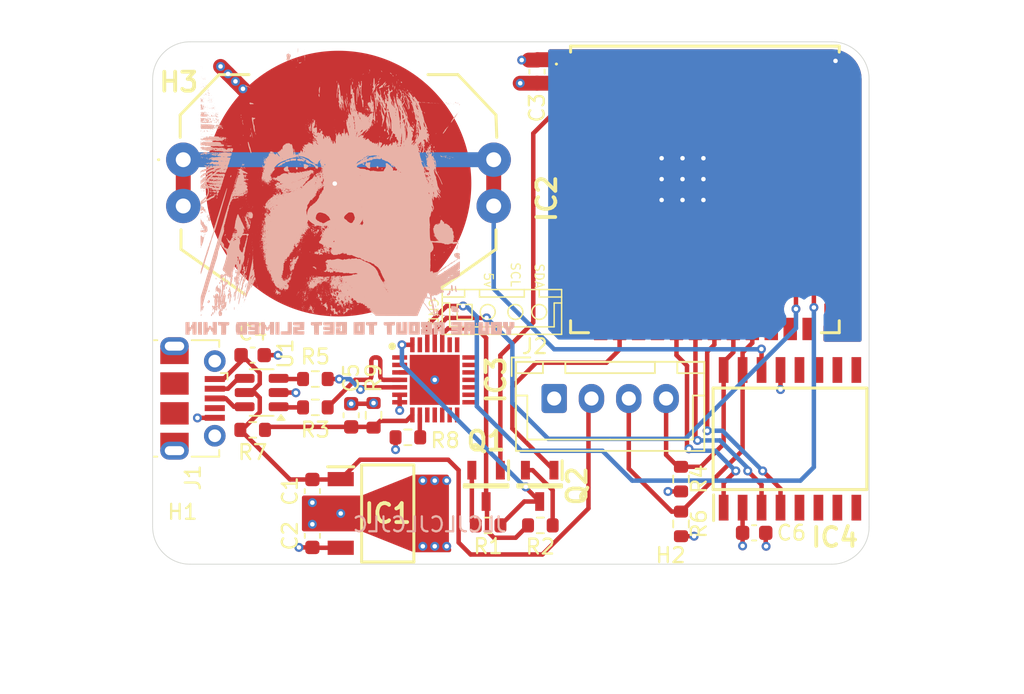
<source format=kicad_pcb>
(kicad_pcb (version 20241229) (generator "pcbnew") (generator_version "9.0")
  (layers (0 "F.Cu" signal) (4 "In1.Cu" signal) (6 "In2.Cu" signal) (2 "B.Cu" signal) (13 "F.Paste" user) (15 "B.Paste" user) (5 "F.SilkS" user "F.Silkscreen") (7 "B.SilkS" user "B.Silkscreen") (1 "F.Mask" user) (3 "B.Mask" user) (25 "Edge.Cuts" user))
  (net 0 "")
  (net 1 "VBUS")
  (net 2 "GND")
  (net 3 "+3.3V")
  (net 4 "Net-(IC3-VBUS)")
  (net 13 "/U0TXD")
  (net 17 "/32KHz")
  (net 21 "/U0RXD")
  (net 22 "/I2C1_SCL")
  (net 23 "/I2C1_SDA")
  (net 27 "/RST")
  (net 28 "/CHIP_PU")
  (net 36 "/INT")
  (net 41 "/PROG_D+")
  (net 44 "Net-(IC3-RTS)")
  (net 50 "Net-(IC3-DTR)")
  (net 57 "/PROG_D-")
  (net 58 "/RSTB")
  (net 77 "Net-(Q1-B)")
  (net 78 "Net-(Q2-B)")
  (net 79 "/USB_D-")
  (net 80 "/USB_D+")
  (net 84 "/BOOT")
  (net 85 "Net-(R3-Pad1)")
  (net 86 "Net-(R5-Pad2)")
  (net 87 "Net-(H3-+)")
  (footprint "SDM_MiscFootprint:ESP32S3WROOM1UN8R8" (layer "F.Cu") (at 137 109.89)
    (property "Reference" "IC2")
    (property "Value" "ESP32-S3-WROOM-1U-N8R8" (hide yes))
  )
  (footprint "Capacitor_SMD:C_0603_1608Metric" (layer "F.Cu") (at 106.7 120.993839 180)
    (property "Reference" "C4")
    (property "Value" "100nF")
  )
  (footprint "Package_TO_SOT_SMD:SOT-23-6" (layer "F.Cu") (at 107.3 123.5 180)
    (property "Reference" "U1")
    (property "Value" "USBLC6-2SC6")
  )
  (footprint "Resistor_SMD:R_0603_1608Metric" (layer "F.Cu") (at 135.4 129.3 -90)
    (property "Reference" "R4")
    (property "Value" "10k")
  )
  (footprint "Capacitor_SMD:C_0603_1608Metric" (layer "F.Cu") (at 113.3 125.025 90)
    (property "Reference" "C5")
    (property "Value" "1uF")
  )
  (footprint "Resistor_SMD:R_0603_1608Metric" (layer "F.Cu") (at 106.7 126 180)
    (property "Reference" "R7")
    (property "Value" "22.1K")
  )
  (footprint "Connector_USB:USB_Micro-B_Molex-105017-0001" (layer "F.Cu") (at 102.7 123.893839 -90)
    (property "Reference" "J1")
    (property "Value" "ESP_USB")
  )
  (footprint "Resistor_SMD:R_0603_1608Metric" (layer "F.Cu") (at 110.9 124.493839)
    (property "Reference" "R3")
    (property "Value" "27")
  )
  (footprint "Resistor_SMD:R_0603_1608Metric" (layer "F.Cu") (at 122.475 132.4)
    (property "Reference" "R1")
    (property "Value" "10k")
  )
  (footprint "Capacitor_SMD:C_0603_1608Metric" (layer "F.Cu") (at 110.7 130.1 90)
    (property "Reference" "C1")
    (property "Value" "10uF")
  )
  (footprint "SDM_MiscFootprint:SOT96P237X111-3N" (layer "F.Cu") (at 122.34 129.75 -90)
    (property "Reference" "Q1")
    (property "Value" "MMBT2222LT1G" (hide yes))
  )
  (footprint "Capacitor_SMD:C_0603_1608Metric" (layer "F.Cu") (at 125.75 102 -90)
    (property "Reference" "C3")
    (property "Value" "100nF")
  )
  (footprint "Resistor_SMD:R_0603_1608Metric" (layer "F.Cu") (at 135.4 132.3 90)
    (property "Reference" "R6")
    (property "Value" "10k")
  )
  (footprint "MountingHole:MountingHole_3.2mm_M3" (layer "F.Cu") (at 106.4 131.5)
    (property "Reference" "H1")
    (property "Value" "M3")
  )
  (footprint "Resistor_SMD:R_0603_1608Metric" (layer "F.Cu") (at 114.8 125.025 90)
    (property "Reference" "R9")
    (property "Value" "47.5K")
  )
  (footprint "Resistor_SMD:R_0603_1608Metric" (layer "F.Cu") (at 125.975 132.4 180)
    (property "Reference" "R2")
    (property "Value" "10k")
  )
  (footprint "Resistor_SMD:R_0603_1608Metric" (layer "F.Cu") (at 110.9 122.593839 180)
    (property "Reference" "R5")
    (property "Value" "27")
  )
  (footprint "SDM_MiscFootprint:SOT230P700X180-4N" (layer "F.Cu") (at 115.75 131.6)
    (property "Reference" "IC1")
    (property "Value" "MIC37100-3.3WS" (hide yes))
  )
  (footprint "SDM_MiscFootprint:SOIC127P1032X265-16L" (layer "F.Cu") (at 142.7 126.6 90)
    (property "Reference" "IC4")
    (property "Value" "DS3231SN#" (hide yes))
  )
  (footprint "Resistor_SMD:R_0603_1608Metric" (layer "F.Cu") (at 117.1 126.5 180)
    (property "Reference" "R8")
    (property "Value" "1k")
  )
  (footprint "Connector_JST:JST_XH_B4B-XH-A_1x04_P2.50mm_Vertical" (layer "F.Cu") (at 126.9 123.9)
    (property "Reference" "J2")
    (property "Value" "Conn_01x04_Socket")
  )
  (footprint "Capacitor_SMD:C_0603_1608Metric" (layer "F.Cu") (at 140.3 132.9 180)
    (property "Reference" "C6")
    (property "Value" "1uF")
  )
  (footprint "SDM_MiscFootprint:SOT96P237X111-3N" (layer "F.Cu") (at 125.93 129.75 -90)
    (property "Reference" "Q2")
    (property "Value" "MMBT2222LT1G" (hide yes))
  )
  (footprint "Capacitor_SMD:C_0603_1608Metric" (layer "F.Cu") (at 110.7 133.1 -90)
    (property "Reference" "C2")
    (property "Value" "10uF")
  )
  (footprint "SDM_MiscFootprint:QFN50P500X500X80-29N-D" (layer "F.Cu") (at 118.9 122.65)
    (property "Reference" "IC3")
    (property "Value" "CP2102N-A02-GQFN28" (hide yes))
  )
  (footprint "SDM_MiscFootprint:BATHLD001THM" (layer "F.Cu") (at 102.05 107.9)
    (property "Reference" "H3")
    (property "Value" "BAT-HLD-001-THM" (hide yes))
  )
  (footprint "MountingHole:MountingHole_3.2mm_M3" (layer "F.Cu") (at 131.2 131.5)
    (property "Reference" "H2")
    (property "Value" "M3")
  )
  (footprint "LOGO" (layer "B.Cu") (at 113.238796 119.2 180)
    (property "Reference" "G***" (hide yes))
    (property "Value" "LOGO" (hide yes))
  )
  (footprint "LOGO" (layer "B.Cu") (at 111.9 109.4 180)
    (property "Reference" "G***" (hide yes))
    (property "Value" "LOGO" (hide yes))
  )
  (gr_circle (center 122.45 118.1) (end 122.45 118.6) (stroke (width 0.1)) (fill no) (layer "F.SilkS"))
  (gr_line (start 127.4 117.1) (end 125.9 117.1) (stroke (width 0.1)) (layer "F.SilkS"))
  (gr_line (start 119.9 119.1) (end 119.9 117.5) (stroke (width 0.1)) (layer "F.SilkS"))
  (gr_circle (center 124.3 118.1) (end 124.3 118.6) (stroke (width 0.1)) (fill no) (layer "F.SilkS"))
  (gr_line (start 126.9 117.5) (end 126.9 119.1) (stroke (width 0.1)) (layer "F.SilkS"))
  (gr_line (start 121.9 117.1) (end 124.9 117.1) (stroke (width 0.1)) (layer "F.SilkS"))
  (gr_line (start 124.9 116.6) (end 124.9 117.1) (stroke (width 0.1)) (layer "F.SilkS"))
  (gr_line (start 127.4 116.6) (end 127.4 119.6) (stroke (width 0.1)) (layer "F.SilkS"))
  (gr_line (start 119.4 117.1) (end 120.9 117.1) (stroke (width 0.1)) (layer "F.SilkS"))
  (gr_rect (start 120.4 117.6) (end 121.4 118.6) (stroke (width 0.1)) (fill no) (layer "F.SilkS"))
  (gr_line (start 120.9 117.1) (end 120.9 116.6) (stroke (width 0.1)) (layer "F.SilkS"))
  (gr_circle (center 125.9 118.1) (end 125.9 118.6) (stroke (width 0.1)) (fill no) (layer "F.SilkS"))
  (gr_line (start 120.4 119.1) (end 119.9 119.1) (stroke (width 0.1)) (layer "F.SilkS"))
  (gr_line (start 127.4 119.6) (end 119.4 119.6) (stroke (width 0.1)) (layer "F.SilkS"))
  (gr_line (start 125.9 117.1) (end 125.9 116.6) (stroke (width 0.1)) (layer "F.SilkS"))
  (gr_line (start 121.9 116.6) (end 121.9 117.1) (stroke (width 0.1)) (layer "F.SilkS"))
  (gr_line (start 126.9 119.1) (end 120.4 119.1) (stroke (width 0.1)) (layer "F.SilkS"))
  (gr_line (start 119.4 119.6) (end 119.4 116.6) (stroke (width 0.1)) (layer "F.SilkS"))
  (gr_line (start 127.4 117.5) (end 126.9 117.5) (stroke (width 0.1)) (layer "F.SilkS"))
  (gr_line (start 119.9 117.5) (end 119.4 117.5) (stroke (width 0.1)) (layer "F.SilkS"))
  (gr_line (start 119.4 116.6) (end 127.4 116.6) (stroke (width 0.1)) (layer "F.SilkS"))
  (gr_line (start 145.5 135) (end 102.5 135) (stroke (width 0.05)) (layer "Edge.Cuts"))
  (gr_arc (start 148 132.5) (mid 147.267767 134.267767) (end 145.5 135) (stroke (width 0.05)) (layer "Edge.Cuts"))
  (gr_line (start 100 132.5) (end 100 102.5) (stroke (width 0.05)) (layer "Edge.Cuts"))
  (gr_line (start 148 102.5) (end 148 132.5) (stroke (width 0.05)) (layer "Edge.Cuts"))
  (gr_arc (start 100 102.5) (mid 100.732233 100.732233) (end 102.5 100) (stroke (width 0.05)) (layer "Edge.Cuts"))
  (gr_line (start 102.5 100) (end 145.5 100) (stroke (width 0.05)) (layer "Edge.Cuts"))
  (gr_arc (start 145.5 100) (mid 147.267767 100.732233) (end 148 102.5) (stroke (width 0.05)) (layer "Edge.Cuts"))
  (gr_arc (start 102.5 135) (mid 100.732233 134.267767) (end 100 132.5) (stroke (width 0.05)) (layer "Edge.Cuts"))
  (gr_text "SCL" (at 124.3 115.6 270) (layer "F.SilkS") (effects (font (size 0.6 0.6) (thickness 0.08))))
  (gr_text "GND" (at 118.8 118.1 270) (layer "F.SilkS") (effects (font (size 0.6 0.6) (thickness 0.08))))
  (gr_text "5v" (at 122.5 115.4 270) (layer "F.SilkS") (effects (font (size 0.6 0.6) (thickness 0.08)) (justify left)))
  (gr_text "SDA" (at 125.9 114.8 270) (layer "F.SilkS") (effects (font (size 0.6 0.6) (thickness 0.08)) (justify left)))
  (gr_text "JLCJLCJLCJLC" (at 123.8 132.9225 -0) (layer "B.SilkS") (effects (font (size 1 1)) (justify left bottom mirror)))
  (segment (start 112.575 129.325) (end 112.6 129.3) (width 0.3) (layer "F.Cu") (net 1))
  (segment (start 107.176 122.911678) (end 107.176 122.188322) (width 0.3) (layer "F.Cu") (net 1))
  (segment (start 112.6 129.3) (end 113.9 128) (width 0.3) (layer "F.Cu") (net 1))
  (segment (start 105.925 121.412322) (end 104.743483 122.593839) (width 0.3) (layer "F.Cu") (net 1))
  (segment (start 105.981517 120.993839) (end 105.925 120.993839) (width 0.3) (layer "F.Cu") (net 1))
  (segment (start 109.2 129.325) (end 110.7 129.325) (width 0.3) (layer "F.Cu") (net 1))
  (segment (start 120.5 133.549) (end 121.3 134.349) (width 0.3) (layer "F.Cu") (net 1))
  (segment (start 129.199 124.101) (end 129.4 123.9) (width 0.3) (layer "F.Cu") (net 1))
  (segment (start 106.824999 123.5) (end 106.1625 123.5) (width 0.3) (layer "F.Cu") (net 1))
  (segment (start 107.176 122.188322) (end 105.981517 120.993839) (width 0.3) (layer "F.Cu") (net 1))
  (segment (start 105.987678 126) (end 107.176 124.811678) (width 0.3) (layer "F.Cu") (net 1))
  (segment (start 105.875 126) (end 109.2 129.325) (width 0.3) (layer "F.Cu") (net 1))
  (segment (start 105.925 121.093839) (end 105.987678 121.093839) (width 0.3) (layer "F.Cu") (net 1))
  (segment (start 106.1625 123.5) (end 106.587678 123.5) (width 0.3) (layer "F.Cu") (net 1))
  (segment (start 104.743483 122.593839) (end 104.1625 122.593839) (width 0.3) (layer "F.Cu") (net 1))
  (segment (start 126.110774 134.349) (end 129.199 131.260774) (width 0.3) (layer "F.Cu") (net 1))
  (segment (start 119.8 128) (end 120.5 128.7) (width 0.3) (layer "F.Cu") (net 1))
  (segment (start 121.3 134.349) (end 126.110774 134.349) (width 0.3) (layer "F.Cu") (net 1))
  (segment (start 105.925 121.093839) (end 105.925 121.306339) (width 0.3) (layer "F.Cu") (net 1))
  (segment (start 113.9 128) (end 119.8 128) (width 0.3) (layer "F.Cu") (net 1))
  (segment (start 129.199 131.260774) (end 129.199 124.101) (width 0.3) (layer "F.Cu") (net 1))
  (segment (start 107.176 124.811678) (end 107.176 123.851001) (width 0.3) (layer "F.Cu") (net 1))
  (segment (start 105.925 120.993839) (end 105.925 121.412322) (width 0.3) (layer "F.Cu") (net 1))
  (segment (start 110.7 129.325) (end 112.575 129.325) (width 0.3) (layer "F.Cu") (net 1))
  (segment (start 107.176 123.851001) (end 106.824999 123.5) (width 0.3) (layer "F.Cu") (net 1))
  (segment (start 106.587678 123.5) (end 107.176 122.911678) (width 0.3) (layer "F.Cu") (net 1))
  (segment (start 120.5 128.7) (end 120.5 133.549) (width 0.3) (layer "F.Cu") (net 1))
  (segment (start 105.875 126) (end 105.987678 126) (width 0.3) (layer "F.Cu") (net 1))
  (segment (start 134.1 109.2) (end 134.1 107.8) (width 1) (layer "F.Cu") (net 2))
  (segment (start 106.05 103.15) (end 105.55 102.65) (width 1) (layer "F.Cu") (net 2))
  (segment (start 125.75 101.225) (end 125.2 101.225) (width 1) (layer "F.Cu") (net 2))
  (segment (start 125.775 101.2) (end 127.97 101.2) (width 1) (layer "F.Cu") (net 2))
  (segment (start 114.75 124.25) (end 114.8 124.2) (width 0.3) (layer "F.Cu") (net 2))
  (segment (start 134.1 109.2) (end 135.5 109.2) (width 1) (layer "F.Cu") (net 2))
  (segment (start 113.3 124.25) (end 114.75 124.25) (width 0.3) (layer "F.Cu") (net 2))
  (segment (start 134.1 107.8) (end 135.5 107.8) (width 1) (layer "F.Cu") (net 2))
  (segment (start 105.55 102.65) (end 105.05 102.15) (width 1) (layer "F.Cu") (net 2))
  (segment (start 127.97 101.2) (end 128.25 101.48) (width 1) (layer "F.Cu") (net 2))
  (segment (start 116.55 122.15) (end 118.4 122.15) (width 0.3) (layer "F.Cu") (net 2))
  (segment (start 108.4375 123.5) (end 109.579668 123.5) (width 0.3) (layer "F.Cu") (net 2))
  (segment (start 141.075 132.9) (end 141.075 133.775) (width 0.3) (layer "F.Cu") (net 2))
  (segment (start 136.9 110.6) (end 135.5 110.6) (width 1) (layer "F.Cu") (net 2))
  (segment (start 106.05 103.15) (end 112.4 109.5) (width 1) (layer "F.Cu") (net 2))
  (segment (start 141.075 133.775) (end 141.1 133.8) (width 0.3) (layer "F.Cu") (net 2))
  (segment (start 135.5 107.8) (end 136.9 107.8) (width 1) (layer "F.Cu") (net 2))
  (segment (start 110.7 130.875) (end 111.875 130.875) (width 0.3) (layer "F.Cu") (net 2))
  (segment (start 104.1625 125.193839) (end 103.006161 125.193839) (width 0.3) (layer "F.Cu") (net 2))
  (segment (start 110.7 132.325) (end 110.7 130.875) (width 0.3) (layer "F.Cu") (net 2))
  (segment (start 103.006161 125.193839) (end 103 125.2) (width 0.3) (layer "F.Cu") (net 2))
  (segment (start 104.55 101.65) (end 105.05 102.15) (width 1) (layer "F.Cu") (net 2))
  (segment (start 109.579668 123.5) (end 109.59374 123.514072) (width 0.3) (layer "F.Cu") (net 2))
  (segment (start 118.4 122.15) (end 118.9 122.65) (width 0.3) (layer "F.Cu") (net 2))
  (segment (start 135.5 109.2) (end 135.5 110.6) (width 1) (layer "F.Cu") (net 2))
  (segment (start 107.475 120.993839) (end 108.393839 120.993839) (width 0.3) (layer "F.Cu") (net 2))
  (segment (start 135.5 109.2) (end 135.5 107.8) (width 1) (layer "F.Cu") (net 2))
  (segment (start 112.4 109.5) (end 112.45 109.5) (width 1) (layer "F.Cu") (net 2))
  (segment (start 136.9 107.8) (end 136.9 109.2) (width 1) (layer "F.Cu") (net 2))
  (segment (start 125.75 101.225) (end 125.775 101.2) (width 1) (layer "F.Cu") (net 2))
  (segment (start 136.9 109.2) (end 136.9 110.6) (width 1) (layer "F.Cu") (net 2))
  (segment (start 111.875 132.325) (end 112.6 131.6) (width 0.3) (layer "F.Cu") (net 2))
  (segment (start 111.875 130.875) (end 112.6 131.6) (width 0.3) (layer "F.Cu") (net 2))
  (segment (start 135.5 110.6) (end 134.1 110.6) (width 1) (layer "F.Cu") (net 2))
  (segment (start 108.393839 120.993839) (end 108.4 121) (width 0.3) (layer "F.Cu") (net 2))
  (segment (start 110.7 132.325) (end 111.875 132.325) (width 0.3) (layer "F.Cu") (net 2))
  (segment (start 134.1 110.6) (end 134.1 109.2) (width 1) (layer "F.Cu") (net 2))
  (segment (start 142.065 121.988) (end 142.065 123.3) (width 0.3) (layer "F.Cu") (net 2))
  (segment (start 135.5 109.2) (end 136.9 109.2) (width 1) (layer "F.Cu") (net 2))
  (via (at 106.05 103.15) (size 0.6) (drill 0.3) (layers "F.Cu" "B.Cu") (net 2))
  (via (at 118.1 129.4) (size 0.6) (drill 0.3) (layers "F.Cu" "B.Cu") (net 2))
  (via (at 134.1 109.2) (size 0.6) (drill 0.3) (layers "F.Cu" "B.Cu") (net 2))
  (via (at 118.1 133.8) (size 0.6) (drill 0.3) (layers "F.Cu" "B.Cu") (net 2))
  (via (at 112.2 109.5) (size 0.6) (drill 0.3) (layers "F.Cu" "B.Cu") (net 2))
  (via (at 145.75 101.28) (size 0.6) (drill 0.3) (layers "F.Cu" "B.Cu") (net 2))
  (via (at 119.7 133.8) (size 0.6) (drill 0.3) (layers "F.Cu" "B.Cu") (net 2))
  (via (at 103 125.2) (size 0.6) (drill 0.3) (layers "F.Cu" "B.Cu") (net 2))
  (via (at 134.1 110.6) (size 0.6) (drill 0.3) (layers "F.Cu" "B.Cu") (net 2))
  (via (at 135.5 110.6) (size 0.6) (drill 0.3) (layers "F.Cu" "B.Cu") (net 2))
  (via (at 134.1 107.8) (size 0.6) (drill 0.3) (layers "F.Cu" "B.Cu") (net 2))
  (via (at 142.065 123.3) (size 0.6) (drill 0.3) (layers "F.Cu" "B.Cu") (net 2))
  (via (at 110.7 130.875) (size 0.6) (drill 0.3) (layers "F.Cu" "B.Cu") (net 2))
  (via (at 136.9 109.2) (size 0.6) (drill 0.3) (layers "F.Cu" "B.Cu") (net 2))
  (via (at 105.05 102.15) (size 0.6) (drill 0.3) (layers "F.Cu" "B.Cu") (net 2))
  (via (at 135.5 109.2) (size 0.6) (drill 0.3) (layers "F.Cu" "B.Cu") (net 2))
  (via (at 108.4 121) (size 0.6) (drill 0.3) (layers "F.Cu" "B.Cu") (net 2))
  (via (at 105.55 102.65) (size 0.6) (drill 0.3) (layers "F.Cu" "B.Cu") (net 2))
  (via (at 135.5 107.8) (size 0.6) (drill 0.3) (layers "F.Cu" "B.Cu") (net 2))
  (via (at 119.7 129.4) (size 0.6) (drill 0.3) (layers "F.Cu" "B.Cu") (net 2))
  (via (at 110.7 132.325) (size 0.6) (drill 0.3) (layers "F.Cu" "B.Cu") (net 2))
  (via (at 104.55 101.65) (size 0.6) (drill 0.3) (layers "F.Cu" "B.Cu") (net 2))
  (via (at 112.6 131.6) (size 0.6) (drill 0.3) (layers "F.Cu" "B.Cu") (net 2))
  (via (at 136.9 110.6) (size 0.6) (drill 0.3) (layers "F.Cu" "B.Cu") (net 2))
  (via (at 136.9 107.8) (size 0.6) (drill 0.3) (layers "F.Cu" "B.Cu") (net 2))
  (via (at 118.9 133.8) (size 0.6) (drill 0.3) (layers "F.Cu" "B.Cu") (net 2))
  (via (at 118.9 122.65) (size 0.6) (drill 0.3) (layers "F.Cu" "B.Cu") (net 2))
  (via (at 113.3 124.25) (size 0.6) (drill 0.3) (layers "F.Cu" "B.Cu") (net 2))
  (via (at 124.725 101.225) (size 0.6) (drill 0.3) (layers "F.Cu" "B.Cu") (net 2))
  (via (at 114.8 124.2) (size 0.6) (drill 0.3) (layers "F.Cu" "B.Cu") (net 2))
  (via (at 118.9 129.4) (size 0.6) (drill 0.3) (layers "F.Cu" "B.Cu") (net 2))
  (via (at 109.59374 123.514072) (size 0.6) (drill 0.3) (layers "F.Cu" "B.Cu") (net 2))
  (via (at 141.1 133.8) (size 0.6) (drill 0.3) (layers "F.Cu" "B.Cu") (net 2))
  (segment (start 125.75 102.775) (end 124.625 102.775) (width 1) (layer "F.Cu") (net 3))
  (segment (start 116.55 123.65) (end 116.55 124.15) (width 0.3) (layer "F.Cu") (net 3))
  (segment (start 110.725 133.9) (end 110.7 133.875) (width 0.3) (layer "F.Cu") (net 3))
  (segment (start 112.6 133.9) (end 110.725 133.9) (width 0.3) (layer "F.Cu") (net 3))
  (segment (start 139.525 132.9) (end 139.525 133.775) (width 0.3) (layer "F.Cu") (net 3))
  (segment (start 135.4 130.125) (end 134.525 130.125) (width 0.3) (layer "F.Cu") (net 3))
  (segment (start 116.275 126.5) (end 116.275 127.325) (width 0.3) (layer "F.Cu") (net 3))
  (segment (start 139.525 131.212) (end 139.525 132.9) (width 0.3) (layer "F.Cu") (net 3))
  (segment (start 110.7 133.875) (end 109.8 133.875) (width 0.3) (layer "F.Cu") (net 3))
  (segment (start 116.55 124.7) (end 116.55 124.15) (width 0.3) (layer "F.Cu") (net 3))
  (segment (start 135.4 133.125) (end 136.275 133.125) (width 0.3) (layer "F.Cu") (net 3))
  (segment (start 125.75 102.775) (end 128.225 102.775) (width 1) (layer "F.Cu") (net 3))
  (segment (start 128.225 102.775) (end 128.25 102.75) (width 1) (layer "F.Cu") (net 3))
  (via (at 109.8 133.875) (size 0.6) (drill 0.3) (layers "F.Cu" "B.Cu") (net 3))
  (via (at 139.525 133.775) (size 0.6) (drill 0.3) (layers "F.Cu" "B.Cu") (net 3))
  (via (at 134.525 130.125) (size 0.6) (drill 0.3) (layers "F.Cu" "B.Cu") (net 3))
  (via (at 136.275 133.125) (size 0.6) (drill 0.3) (layers "F.Cu" "B.Cu") (net 3))
  (via (at 116.55 124.7) (size 0.6) (drill 0.3) (layers "F.Cu" "B.Cu") (net 3))
  (via (at 124.625 102.775) (size 0.6) (drill 0.3) (layers "F.Cu" "B.Cu") (net 3))
  (via (at 116.275 127.325) (size 0.6) (drill 0.3) (layers "F.Cu" "B.Cu") (net 3))
  (segment (start 117 125.4) (end 117.4 125) (width 0.3) (layer "F.Cu") (net 4))
  (segment (start 113.3 125.8) (end 114.75 125.8) (width 0.3) (layer "F.Cu") (net 4))
  (segment (start 115.25 125.4) (end 117 125.4) (width 0.3) (layer "F.Cu") (net 4))
  (segment (start 107.725 125.8) (end 113.3 125.8) (width 0.3) (layer "F.Cu") (net 4))
  (segment (start 114.75 125.8) (end 114.8 125.85) (width 0.3) (layer "F.Cu") (net 4))
  (segment (start 114.8 125.85) (end 115.25 125.4) (width 0.3) (layer "F.Cu") (net 4))
  (segment (start 107.525 126) (end 107.725 125.8) (width 0.3) (layer "F.Cu") (net 4))
  (segment (start 143.1 106.89) (end 144.7 105.29) (width 0.3) (layer "F.Cu") (net 13))
  (segment (start 143.1 117.9) (end 143.1 106.89) (width 0.3) (layer "F.Cu") (net 13))
  (segment (start 118.9 120.3) (end 118.9 119.3) (width 0.3) (layer "F.Cu") (net 13))
  (segment (start 144.7 105.29) (end 145.75 105.29) (width 0.3) (layer "F.Cu") (net 13))
  (segment (start 119.7 118.5) (end 122.37 118.5) (width 0.3) (layer "F.Cu") (net 13))
  (segment (start 118.9 119.3) (end 119.7 118.5) (width 0.3) (layer "F.Cu") (net 13))
  (via (at 143.1 117.9) (size 0.6) (drill 0.3) (layers "F.Cu" "B.Cu") (net 13))
  (via (at 122.37 118.5) (size 0.6) (drill 0.3) (layers "F.Cu" "B.Cu") (net 13))
  (segment (start 124.1 120.23) (end 122.37 118.5) (width 0.3) (layer "B.Cu") (net 13))
  (segment (start 143.1 117.9) (end 143.1 119.189998) (width 0.3) (layer "B.Cu") (net 13))
  (segment (start 124.1 124.2) (end 124.1 120.23) (width 0.3) (layer "B.Cu") (net 13))
  (segment (start 143.1 119.189998) (end 135.689998 126.6) (width 0.3) (layer "B.Cu") (net 13))
  (segment (start 126.5 126.6) (end 124.1 124.2) (width 0.3) (layer "B.Cu") (net 13))
  (segment (start 135.689998 126.6) (end 126.5 126.6) (width 0.3) (layer "B.Cu") (net 13))
  (segment (start 138.255 129.564238) (end 139.069238 128.75) (width 0.3) (layer "F.Cu") (net 17))
  (segment (start 135.095 120.995) (end 135.095 119.24) (width 0.3) (layer "F.Cu") (net 17))
  (segment (start 135.930859 127.230859) (end 135.8 127.1) (width 0.3) (layer "F.Cu") (net 17))
  (segment (start 135.8 127.1) (end 135.8 121.7) (width 0.3) (layer "F.Cu") (net 17))
  (segment (start 135.8 121.7) (end 135.095 120.995) (width 0.3) (layer "F.Cu") (net 17))
  (segment (start 138.255 131.212) (end 138.255 129.564238) (width 0.3) (layer "F.Cu") (net 17))
  (segment (start 135.930859 127.268821) (end 135.930859 127.230859) (width 0.3) (layer "F.Cu") (net 17))
  (via (at 135.930859 127.268821) (size 0.6) (drill 0.3) (layers "F.Cu" "B.Cu") (net 17))
  (via (at 139.069238 128.75) (size 0.6) (drill 0.3) (layers "F.Cu" "B.Cu") (net 17))
  (segment (start 136.062038 127.4) (end 137.7 127.4) (width 0.3) (layer "B.Cu") (net 17))
  (segment (start 135.930859 127.268821) (end 136.062038 127.4) (width 0.3) (layer "B.Cu") (net 17))
  (segment (start 137.7 127.4) (end 139.05 128.75) (width 0.3) (layer "B.Cu") (net 17))
  (segment (start 139.05 128.75) (end 139.069238 128.75) (width 0.3) (layer "B.Cu") (net 17))
  (segment (start 119.700003 117.699997) (end 118.4 119) (width 0.3) (layer "F.Cu") (net 21))
  (segment (start 145.118 106.56) (end 145.75 106.56) (width 0.3) (layer "F.Cu") (net 21))
  (segment (start 144.3 117.8) (end 144.3 107.378) (width 0.3) (layer "F.Cu") (net 21))
  (segment (start 120.8 117.699997) (end 119.700003 117.699997) (width 0.3) (layer "F.Cu") (net 21))
  (segment (start 118.4 119) (end 118.4 120.3) (width 0.3) (layer "F.Cu") (net 21))
  (segment (start 144.3 107.378) (end 145.118 106.56) (width 0.3) (layer "F.Cu") (net 21))
  (via (at 144.3 117.8) (size 0.6) (drill 0.3) (layers "F.Cu" "B.Cu") (net 21))
  (via (at 120.8 117.699997) (size 0.6) (drill 0.3) (layers "F.Cu" "B.Cu") (net 21))
  (segment (start 124.7 127.4) (end 130.129841 127.4) (width 0.3) (layer "B.Cu") (net 21))
  (segment (start 120.8 117.699997) (end 120.999997 117.699997) (width 0.3) (layer "B.Cu") (net 21))
  (segment (start 121.719 118.419) (end 121.719 124.419) (width 0.3) (layer "B.Cu") (net 21))
  (segment (start 121.719 124.419) (end 124.7 127.4) (width 0.3) (layer "B.Cu") (net 21))
  (segment (start 132.129841 129.4) (end 143.4 129.4) (width 0.3) (layer "B.Cu") (net 21))
  (segment (start 144.3 128.5) (end 144.3 117.8) (width 0.3) (layer "B.Cu") (net 21))
  (segment (start 130.129841 127.4) (end 132.129841 129.4) (width 0.3) (layer "B.Cu") (net 21))
  (segment (start 120.999997 117.699997) (end 121.719 118.419) (width 0.3) (layer "B.Cu") (net 21))
  (segment (start 143.4 129.4) (end 144.3 128.5) (width 0.3) (layer "B.Cu") (net 21))
  (segment (start 139.525 121.988) (end 139.525 120.8255) (width 0.3) (layer "F.Cu") (net 22))
  (segment (start 139.525 120.8255) (end 140.175 120.1755) (width 0.3) (layer "F.Cu") (net 22))
  (segment (start 135.4 131.475) (end 134.775 131.475) (width 0.3) (layer "F.Cu") (net 22))
  (segment (start 134.775 131.475) (end 131.9 128.6) (width 0.3) (layer "F.Cu") (net 22))
  (segment (start 131.9 128.6) (end 131.9 123.9) (width 0.3) (layer "F.Cu") (net 22))
  (segment (start 140.175 120.1755) (end 140.175 119.24) (width 0.3) (layer "F.Cu") (net 22))
  (segment (start 135.425 131.475) (end 139.525 127.375) (width 0.3) (layer "F.Cu") (net 22))
  (segment (start 139.525 127.375) (end 139.525 121.988) (width 0.3) (layer "F.Cu") (net 22))
  (segment (start 135.4 131.475) (end 135.425 131.475) (width 0.3) (layer "F.Cu") (net 22))
  (segment (start 138.905 120.8005) (end 138.905 119.24) (width 0.3) (layer "F.Cu") (net 23))
  (segment (start 135.4 128.475) (end 135.2 128.475) (width 0.3) (layer "F.Cu") (net 23))
  (segment (start 135.2 128.475) (end 134.4 127.675) (width 0.3) (layer "F.Cu") (net 23))
  (segment (start 138.255 126.945) (end 138.255 121.988) (width 0.3) (layer "F.Cu") (net 23))
  (segment (start 138.255 121.4505) (end 138.905 120.8005) (width 0.3) (layer "F.Cu") (net 23))
  (segment (start 136.725 128.475) (end 138.255 126.945) (width 0.3) (layer "F.Cu") (net 23))
  (segment (start 134.4 123.9) (end 134.4 127.675) (width 0.3) (layer "F.Cu") (net 23))
  (segment (start 135.4 128.475) (end 136.725 128.475) (width 0.3) (layer "F.Cu") (net 23))
  (segment (start 138.255 121.988) (end 138.255 121.4505) (width 0.3) (layer "F.Cu") (net 23))
  (segment (start 142.065 131.212) (end 142.065 129.945759) (width 0.3) (layer "F.Cu") (net 27))
  (segment (start 142.065 129.945759) (end 140.869241 128.75) (width 0.3) (layer "F.Cu") (net 27))
  (segment (start 137.151303 126.057934) (end 137.151303 120.773697) (width 0.3) (layer "F.Cu") (net 27))
  (segment (start 137.635 120.29) (end 137.635 119.24) (width 0.3) (layer "F.Cu") (net 27))
  (segment (start 137.151303 120.773697) (end 137.635 120.29) (width 0.3) (layer "F.Cu") (net 27))
  (via (at 140.869241 128.75) (size 0.6) (drill 0.3) (layers "F.Cu" "B.Cu") (net 27))
  (via (at 137.151303 126.057934) (size 0.6) (drill 0.3) (layers "F.Cu" "B.Cu") (net 27))
  (segment (start 138.177175 126.057934) (end 137.151303 126.057934) (width 0.3) (layer "B.Cu") (net 27))
  (segment (start 140.869241 128.75) (end 138.177175 126.057934) (width 0.3) (layer "B.Cu") (net 27))
  (segment (start 123.295 128.7) (end 123.295 121.005) (width 0.3) (layer "F.Cu") (net 28))
  (segment (start 127.618 104.02) (end 128.25 104.02) (width 0.3) (layer "F.Cu") (net 28))
  (segment (start 125.5 118.8) (end 125.5 106.138) (width 0.3) (layer "F.Cu") (net 28))
  (segment (start 123.295 121.005) (end 125.5 118.8) (width 0.3) (layer "F.Cu") (net 28))
  (segment (start 125.5 106.138) (end 127.618 104.02) (width 0.3) (layer "F.Cu") (net 28))
  (segment (start 136.365 126.571628) (end 136.365 119.24) (width 0.3) (layer "F.Cu") (net 36))
  (segment (start 136.501305 126.707933) (end 136.365 126.571628) (width 0.3) (layer "F.Cu") (net 36))
  (segment (start 140.795 131.212) (end 140.795 129.675759) (width 0.3) (layer "F.Cu") (net 36))
  (segment (start 140.795 129.675759) (end 139.869241 128.75) (width 0.3) (layer "F.Cu") (net 36))
  (via (at 136.501305 126.707933) (size 0.6) (drill 0.3) (layers "F.Cu" "B.Cu") (net 36))
  (via (at 139.869241 128.75) (size 0.6) (drill 0.3) (layers "F.Cu" "B.Cu") (net 36))
  (segment (start 139.869241 128.75) (end 139.869241 128.569241) (width 0.3) (layer "B.Cu") (net 36))
  (segment (start 139.869241 128.569241) (end 138.007933 126.707933) (width 0.3) (layer "B.Cu") (net 36))
  (segment (start 138.007933 126.707933) (end 136.501305 126.707933) (width 0.3) (layer "B.Cu") (net 36))
  (segment (start 112.647034 123.571805) (end 111.725 124.493839) (width 0.3) (layer "F.Cu") (net 41))
  (segment (start 112.649599 123.569238) (end 112.647034 123.571805) (width 0.3) (layer "F.Cu") (net 41))
  (segment (start 113.568839 122.65) (end 112.649599 123.569238) (width 0.3) (layer "F.Cu") (net 41))
  (segment (start 114.410912 122.65) (end 114.290912 122.65) (width 0.3) (layer "F.Cu") (net 41))
  (segment (start 115.250912 122.41) (end 115.250912 121.39) (width 0.3) (layer "F.Cu") (net 41))
  (segment (start 115.010912 121.15) (end 114.890912 121.15) (width 0.3) (layer "F.Cu") (net 41))
  (segment (start 116.55 122.65) (end 115.490912 122.65) (width 0.3) (layer "F.Cu") (net 41))
  (segment (start 114.650912 121.39) (end 114.650912 122.41) (width 0.3) (layer "F.Cu") (net 41))
  (segment (start 114.290912 122.65) (end 113.568839 122.65) (width 0.3) (layer "F.Cu") (net 41))
  (arc (start 114.890912 121.15) (mid 114.721206 121.220294) (end 114.650912 121.39) (width 0.3) (layer "F.Cu") (net 41))
  (arc (start 115.490912 122.65) (mid 115.321206 122.579706) (end 115.250912 122.41) (width 0.3) (layer "F.Cu") (net 41))
  (arc (start 114.650912 122.41) (mid 114.580618 122.579706) (end 114.410912 122.65) (width 0.3) (layer "F.Cu") (net 41))
  (arc (start 115.250912 121.39) (mid 115.180618 121.220294) (end 115.010912 121.15) (width 0.3) (layer "F.Cu") (net 41))
  (segment (start 122.34 130.8) (end 122.401 130.861) (width 0.3) (layer "F.Cu") (net 44))
  (segment (start 121.7 119.2) (end 119.8 119.2) (width 0.3) (layer "F.Cu") (net 44))
  (segment (start 122.401 130.861) (end 122.401 132.760774) (width 0.3) (layer "F.Cu") (net 44))
  (segment (start 119.4 120.3) (end 119.4 119.6) (width 0.3) (layer "F.Cu") (net 44))
  (segment (start 122.401 132.760774) (end 122.866226 133.226) (width 0.3) (layer "F.Cu") (net 44))
  (segment (start 124.324 133.226) (end 125.15 132.4) (width 0.3) (layer "F.Cu") (net 44))
  (segment (start 122.34 119.84) (end 122.34 130.8) (width 0.3) (layer "F.Cu") (net 44))
  (segment (start 122.34 119.84) (end 121.7 119.2) (width 0.3) (layer "F.Cu") (net 44))
  (segment (start 119.4 119.6) (end 119.8 119.2) (width 0.3) (layer "F.Cu") (net 44))
  (segment (start 122.866226 133.226) (end 124.324 133.226) (width 0.3) (layer "F.Cu") (net 44))
  (segment (start 125 129.825002) (end 125 129.87) (width 0.3) (layer "F.Cu") (net 50))
  (segment (start 117.4 120.3) (end 116.7 120.3) (width 0.3) (layer "F.Cu") (net 50))
  (segment (start 125 129.87) (end 125.93 130.8) (width 0.3) (layer "F.Cu") (net 50))
  (segment (start 124.9 130.8) (end 125.93 130.8) (width 0.3) (layer "F.Cu") (net 50))
  (segment (start 123.3 132.4) (end 124.9 130.8) (width 0.3) (layer "F.Cu") (net 50))
  (via (at 125 129.825002) (size 0.6) (drill 0.3) (layers "F.Cu" "B.Cu") (net 50))
  (via (at 116.7 120.3) (size 0.6) (drill 0.3) (layers "F.Cu" "B.Cu") (net 50))
  (segment (start 124.925002 129.825002) (end 125 129.825002) (width 0.3) (layer "B.Cu") (net 50))
  (segment (start 116.7 121.6) (end 124.925002 129.825002) (width 0.3) (layer "B.Cu") (net 50))
  (segment (start 116.7 120.3) (end 116.7 121.6) (width 0.3) (layer "B.Cu") (net 50))
  (segment (start 111.725 122.593839) (end 112.493839 122.593839) (width 0.3) (layer "F.Cu") (net 57))
  (segment (start 112.493839 122.593839) (end 112.5 122.6) (width 0.3) (layer "F.Cu") (net 57))
  (segment (start 116.55 123.15) (end 114.069039 123.15) (width 0.3) (layer "F.Cu") (net 57))
  (segment (start 114.069039 123.15) (end 113.919039 123.3) (width 0.3) (layer "F.Cu") (net 57))
  (via (at 112.5 122.6) (size 0.6) (drill 0.3) (layers "F.Cu" "B.Cu") (net 57))
  (via (at 113.919039 123.3) (size 0.6) (drill 0.3) (layers "F.Cu" "B.Cu") (net 57))
  (segment (start 113.219039 122.6) (end 113.919039 123.3) (width 0.3) (layer "B.Cu") (net 57))
  (segment (start 112.5 122.6) (end 113.219039 122.6) (width 0.3) (layer "B.Cu") (net 57))
  (segment (start 117.9 126.475) (end 117.925 126.5) (width 0.3) (layer "F.Cu") (net 58))
  (segment (start 117.9 125) (end 117.9 126.475) (width 0.3) (layer "F.Cu") (net 58))
  (segment (start 121.385 128.7) (end 121.385 132.135) (width 0.3) (layer "F.Cu") (net 77))
  (segment (start 121.385 132.135) (end 121.65 132.4) (width 0.3) (layer "F.Cu") (net 77))
  (segment (start 125.457 128.7) (end 124.975 128.7) (width 0.3) (layer "F.Cu") (net 78))
  (segment (start 126.8 130.043) (end 125.457 128.7) (width 0.3) (layer "F.Cu") (net 78))
  (segment (start 126.8 132.4) (end 126.8 130.043) (width 0.3) (layer "F.Cu") (net 78))
  (segment (start 105.043483 123.243839) (end 105.737322 122.55) (width 0.3) (layer "F.Cu") (net 79))
  (segment (start 105.737322 122.65) (end 106.1625 122.65) (width 0.3) (layer "F.Cu") (net 79))
  (segment (start 104.1625 123.243839) (end 105.043483 123.243839) (width 0.3) (layer "F.Cu") (net 79))
  (segment (start 105.737322 122.55) (end 106.1625 122.55) (width 0.3) (layer "F.Cu") (net 79))
  (segment (start 104.893839 123.893839) (end 105.45 124.45) (width 0.3) (layer "F.Cu") (net 80))
  (segment (start 105.45 124.45) (end 106.1625 124.45) (width 0.3) (layer "F.Cu") (net 80))
  (segment (start 104.1625 123.893839) (end 104.893839 123.893839) (width 0.3) (layer "F.Cu") (net 80))
  (segment (start 124.1 123.1) (end 124.1 125.915) (width 0.3) (layer "F.Cu") (net 84))
  (segment (start 130.4 121.5) (end 125.7 121.5) (width 0.3) (layer "F.Cu") (net 84))
  (segment (start 124.1 125.915) (end 126.885 128.7) (width 0.3) (layer "F.Cu") (net 84))
  (segment (start 131.285 120.615) (end 130.4 121.5) (width 0.3) (layer "F.Cu") (net 84))
  (segment (start 131.285 119.24) (end 131.285 120.615) (width 0.3) (layer "F.Cu") (net 84))
  (segment (start 125.7 121.5) (end 124.1 123.1) (width 0.3) (layer "F.Cu") (net 84))
  (segment (start 108.4875 124.493839) (end 108.4375 124.543839) (width 0.3) (layer "F.Cu") (net 85))
  (segment (start 110.075 124.493839) (end 108.4875 124.493839) (width 0.3) (layer "F.Cu") (net 85))
  (segment (start 108.4875 122.593839) (end 108.4375 122.643839) (width 0.3) (layer "F.Cu") (net 86))
  (segment (start 110.075 122.593839) (end 108.4875 122.593839) (width 0.3) (layer "F.Cu") (net 86))
  (segment (start 140.795 121.988) (end 140.795 120.595) (width 0.3) (layer "F.Cu") (net 87))
  (segment (start 102.05 107.9) (end 102.05 111) (width 1) (layer "F.Cu") (net 87))
  (segment (start 140.795 120.595) (end 140.785379 120.585379) (width 0.3) (layer "F.Cu") (net 87))
  (segment (start 122.85 111) (end 122.85 107.9) (width 1) (layer "F.Cu") (net 87))
  (via (at 140.785379 120.585379) (size 0.6) (drill 0.3) (layers "F.Cu" "B.Cu") (net 87))
  (segment (start 102.05 107.9) (end 122.85 107.9) (width 1) (layer "B.Cu") (net 87))
  (segment (start 126.9 120.6) (end 122.85 116.55) (width 0.3) (layer "B.Cu") (net 87))
  (segment (start 122.85 116.55) (end 122.85 111.2) (width 0.3) (layer "B.Cu") (net 87))
  (segment (start 140.770758 120.6) (end 126.9 120.6) (width 0.3) (layer "B.Cu") (net 87))
  (segment (start 140.785379 120.585379) (end 140.770758 120.6) (width 0.3) (layer "B.Cu") (net 87))
  (zone (net 2) (net_name "GND") (layer "F.Cu") (priority 2) (connect_pads yes (clearance 0.5)) (min_thickness 0.25) (fill yes (thermal_gap 0.5) (thermal_bridge_width 0.5))
    (polygon (pts (xy 110 130.4) (xy 114 130.4) (xy 117.5 129) (xy 120 129) (xy 120 134.2) (xy 117.5 134.2) (xy 114 132.8) (xy 110 132.8)))
  )
  (zone (net 2) (net_name "GND") (layers "F.Cu" "B.Cu" "In1.Cu" "In2.Cu") (priority 5) (connect_pads yes (clearance 0.5)) (min_thickness 0.25) (fill yes (thermal_gap 0.5) (thermal_bridge_width 0.5))
    (polygon (pts (xy 126.5 98.8) (xy 126.5 120.1) (xy 147.5 120.1) (xy 147.5 98.8)))
  )
)
</source>
